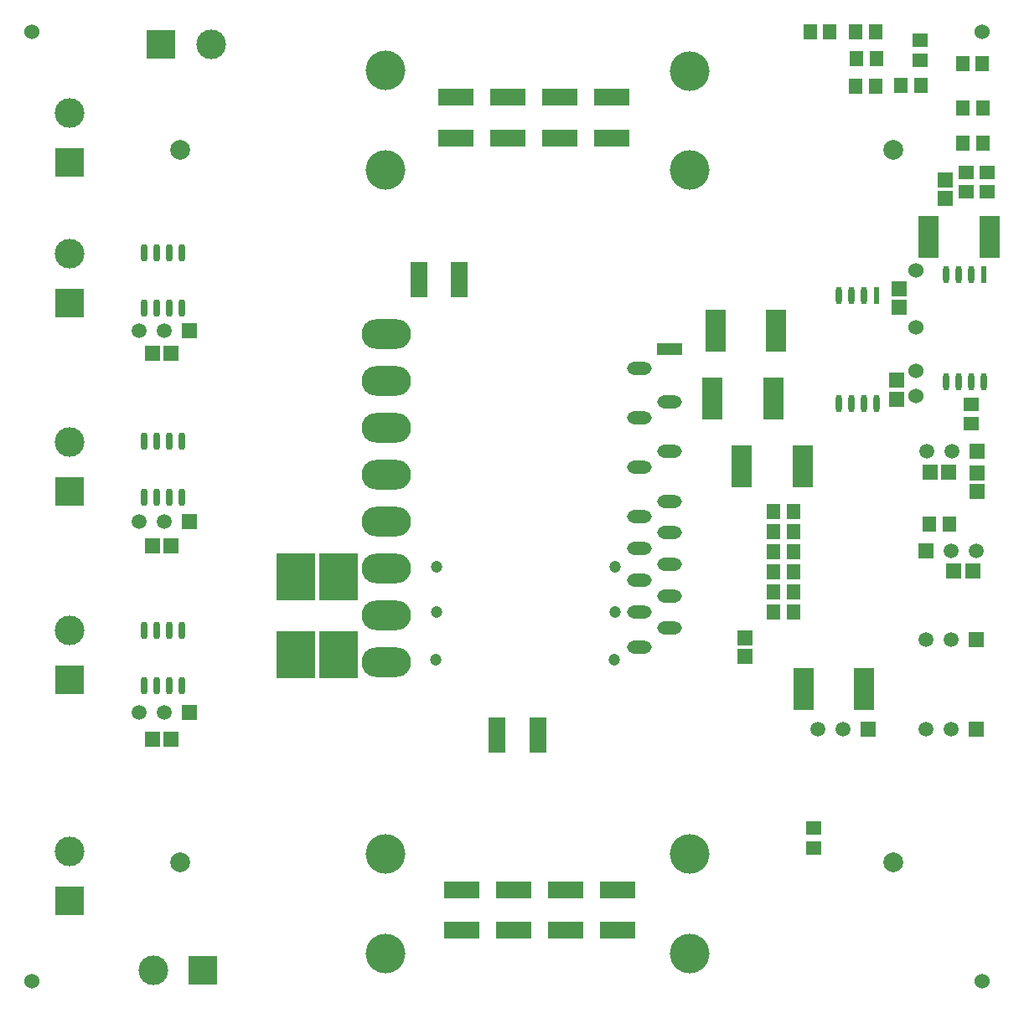
<source format=gbr>
G04 Layer_Color=255*
%FSLAX25Y25*%
%MOIN*%
%TF.FileFunction,Pads,Top*%
%TF.Part,Single*%
G01*
G75*
%TA.AperFunction,SMDPad,CuDef*%
%ADD10R,0.02362X0.07087*%
%ADD11O,0.02362X0.07087*%
%ADD12R,0.05512X0.05905*%
%ADD13R,0.05905X0.05512*%
%ADD14R,0.15748X0.19095*%
%ADD15O,0.02559X0.07087*%
%ADD16R,0.06299X0.05905*%
%ADD17R,0.05905X0.06299*%
%ADD18R,0.08071X0.17126*%
%ADD19R,0.07087X0.14173*%
%ADD20R,0.14173X0.07087*%
%TA.AperFunction,ComponentPad*%
%ADD28C,0.11811*%
%ADD29R,0.11811X0.11811*%
%ADD30C,0.06000*%
%ADD31O,0.19685X0.11811*%
%ADD32O,0.09842X0.05118*%
%ADD33R,0.09842X0.05118*%
%ADD34R,0.05905X0.05905*%
%ADD35C,0.05905*%
%ADD36C,0.04724*%
%ADD37C,0.15748*%
%ADD38R,0.11811X0.11811*%
%TA.AperFunction,WasherPad*%
%ADD39C,0.06000*%
%TA.AperFunction,ViaPad*%
%ADD40C,0.07874*%
D10*
X346600Y244500D02*
D03*
X304100Y236000D02*
D03*
D11*
X341600Y244500D02*
D03*
X336600D02*
D03*
X331600D02*
D03*
X346600Y201587D02*
D03*
X341600D02*
D03*
X336600D02*
D03*
X331600D02*
D03*
X299100Y236000D02*
D03*
X294100D02*
D03*
X289100D02*
D03*
X304100Y193087D02*
D03*
X299100D02*
D03*
X294100D02*
D03*
X289100D02*
D03*
D12*
X295763Y319500D02*
D03*
X303637D02*
D03*
X303937Y330350D02*
D03*
X296063D02*
D03*
X295763Y341200D02*
D03*
X303637D02*
D03*
X277663Y341100D02*
D03*
X285537D02*
D03*
X321737Y319600D02*
D03*
X313863D02*
D03*
X346137Y328400D02*
D03*
X338263D02*
D03*
X338363Y296800D02*
D03*
X346237D02*
D03*
X346437Y310600D02*
D03*
X338563D02*
D03*
X325163Y145000D02*
D03*
X333037D02*
D03*
X263163Y150000D02*
D03*
X271037D02*
D03*
X263163Y142000D02*
D03*
X271037D02*
D03*
X263163Y134000D02*
D03*
X271037D02*
D03*
X263163Y126000D02*
D03*
X271037D02*
D03*
X263163Y118000D02*
D03*
X271037D02*
D03*
X263163Y110000D02*
D03*
X271037D02*
D03*
D13*
X321540Y337627D02*
D03*
Y329753D02*
D03*
X339700Y277263D02*
D03*
Y285137D02*
D03*
X341800Y192837D02*
D03*
Y184963D02*
D03*
X348000Y285137D02*
D03*
Y277263D02*
D03*
X279100Y23937D02*
D03*
Y16063D02*
D03*
D14*
X73200Y92900D02*
D03*
X90200D02*
D03*
X73200Y123900D02*
D03*
X90200D02*
D03*
D15*
X27600Y102824D02*
D03*
X22600D02*
D03*
X17600D02*
D03*
X12600D02*
D03*
X27600Y80776D02*
D03*
X22600D02*
D03*
X17600D02*
D03*
X12600D02*
D03*
X27600Y177924D02*
D03*
X22600D02*
D03*
X17600D02*
D03*
X12600D02*
D03*
X27600Y155876D02*
D03*
X22600D02*
D03*
X17600D02*
D03*
X12600D02*
D03*
X27600Y253024D02*
D03*
X22600D02*
D03*
X17600D02*
D03*
X12600D02*
D03*
X27600Y230976D02*
D03*
X22600D02*
D03*
X17600D02*
D03*
X12600D02*
D03*
D16*
X344000Y158060D02*
D03*
Y165540D02*
D03*
X331300Y274660D02*
D03*
Y282140D02*
D03*
X312100Y202240D02*
D03*
Y194760D02*
D03*
X313000Y231260D02*
D03*
Y238740D02*
D03*
X251600Y92260D02*
D03*
Y99740D02*
D03*
D17*
X325260Y165600D02*
D03*
X332740D02*
D03*
X342340Y126500D02*
D03*
X334860D02*
D03*
X15960Y59500D02*
D03*
X23440D02*
D03*
X15960Y136300D02*
D03*
X23440D02*
D03*
X15960Y213100D02*
D03*
X23440D02*
D03*
D18*
X348906Y259400D02*
D03*
X324694D02*
D03*
X299206Y79500D02*
D03*
X274994D02*
D03*
X274706Y168000D02*
D03*
X250494D02*
D03*
X238887Y195000D02*
D03*
X263100D02*
D03*
X239994Y222000D02*
D03*
X264206D02*
D03*
D19*
X122029Y242453D02*
D03*
X138171D02*
D03*
X169371Y61053D02*
D03*
X153229D02*
D03*
D20*
X201100Y-476D02*
D03*
Y-16618D02*
D03*
X180433Y-476D02*
D03*
Y-16618D02*
D03*
X159767Y-476D02*
D03*
Y-16618D02*
D03*
X139100Y-476D02*
D03*
Y-16618D02*
D03*
X198600Y315024D02*
D03*
Y298882D02*
D03*
X157267Y315024D02*
D03*
Y298882D02*
D03*
X177933Y315024D02*
D03*
Y298882D02*
D03*
X136600Y315024D02*
D03*
Y298882D02*
D03*
D28*
X-16900Y102842D02*
D03*
Y177764D02*
D03*
Y252685D02*
D03*
Y14842D02*
D03*
X16457Y-32500D02*
D03*
X-16900Y308795D02*
D03*
X39243Y336200D02*
D03*
D29*
X-16900Y83157D02*
D03*
Y158079D02*
D03*
Y233000D02*
D03*
Y-4843D02*
D03*
Y289110D02*
D03*
D30*
X319700Y245941D02*
D03*
Y223500D02*
D03*
Y205941D02*
D03*
Y195941D02*
D03*
D31*
X109057Y90218D02*
D03*
Y108840D02*
D03*
Y127462D02*
D03*
Y146084D02*
D03*
Y164706D02*
D03*
Y183328D02*
D03*
Y201950D02*
D03*
Y220572D02*
D03*
D32*
X221699Y103821D02*
D03*
X209900Y95947D02*
D03*
Y110120D02*
D03*
Y122718D02*
D03*
X221699Y129017D02*
D03*
X209900Y135317D02*
D03*
X221699Y141616D02*
D03*
X209900Y147915D02*
D03*
X221699Y154214D02*
D03*
X209900Y167600D02*
D03*
X221699Y173899D02*
D03*
X209900Y187285D02*
D03*
X221699Y193584D02*
D03*
X209900Y206970D02*
D03*
X221699Y116419D02*
D03*
D33*
Y214844D02*
D03*
D34*
X323600Y134500D02*
D03*
X344200Y174000D02*
D03*
X30600Y70100D02*
D03*
Y146050D02*
D03*
Y222000D02*
D03*
X343600Y99041D02*
D03*
Y63500D02*
D03*
X300600Y63500D02*
D03*
D35*
X333600Y134500D02*
D03*
X343600D02*
D03*
X334200Y174000D02*
D03*
X324200D02*
D03*
X20600Y70100D02*
D03*
X10600D02*
D03*
X20600Y146050D02*
D03*
X10600D02*
D03*
X20600Y222000D02*
D03*
X10600D02*
D03*
X333600Y99041D02*
D03*
X323600D02*
D03*
X333600Y63500D02*
D03*
X323600D02*
D03*
X290600Y63500D02*
D03*
X280600D02*
D03*
D36*
X199753Y90978D02*
D03*
X128887D02*
D03*
X199966Y110000D02*
D03*
X129100D02*
D03*
X200100Y128000D02*
D03*
X129234D02*
D03*
D37*
X108700Y-25800D02*
D03*
Y13570D02*
D03*
X229700Y-25800D02*
D03*
Y13570D02*
D03*
Y286000D02*
D03*
Y325370D02*
D03*
X108700Y286200D02*
D03*
Y325570D02*
D03*
D38*
X36143Y-32500D02*
D03*
X19557Y336200D02*
D03*
D39*
X-31900Y-37000D02*
D03*
Y340953D02*
D03*
X346053Y-37000D02*
D03*
X346053Y340953D02*
D03*
D40*
X27135Y10500D02*
D03*
X310600D02*
D03*
Y293965D02*
D03*
X27135D02*
D03*
%TF.MD5,376ff82e970f01f207319816d9bd1552*%
M02*

</source>
